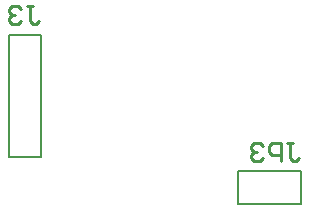
<source format=gbo>
G04*
G04 #@! TF.GenerationSoftware,Altium Limited,Altium Designer,19.1.5 (86)*
G04*
G04 Layer_Color=32896*
%FSLAX25Y25*%
%MOIN*%
G70*
G01*
G75*
%ADD10C,0.01000*%
%ADD23C,0.00787*%
D10*
X111952Y43896D02*
X113951D01*
X112951D01*
Y38898D01*
X113951Y37898D01*
X114951D01*
X115950Y38898D01*
X109952Y37898D02*
Y43896D01*
X106953D01*
X105954Y42897D01*
Y40898D01*
X106953Y39898D01*
X109952D01*
X103954Y42897D02*
X102955Y43896D01*
X100955D01*
X99956Y42897D01*
Y41897D01*
X100955Y40898D01*
X101955D01*
X100955D01*
X99956Y39898D01*
Y38898D01*
X100955Y37898D01*
X102955D01*
X103954Y38898D01*
X25452Y89297D02*
X27451D01*
X26451D01*
Y84298D01*
X27451Y83298D01*
X28451D01*
X29450Y84298D01*
X23452Y88297D02*
X22453Y89297D01*
X20453D01*
X19454Y88297D01*
Y87297D01*
X20453Y86298D01*
X21453D01*
X20453D01*
X19454Y85298D01*
Y84298D01*
X20453Y83298D01*
X22453D01*
X23452Y84298D01*
D23*
X116563Y23524D02*
Y34547D01*
X95539Y23524D02*
Y34547D01*
X116563D01*
X95539Y23524D02*
X116563D01*
X19161Y79941D02*
X30028D01*
X19161Y39035D02*
Y79941D01*
X30028Y39035D02*
Y79941D01*
X19161Y39035D02*
X30028D01*
M02*

</source>
